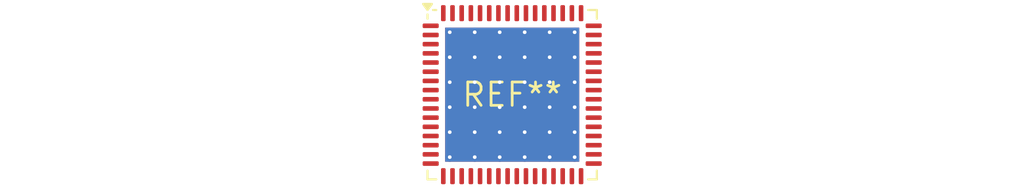
<source format=kicad_pcb>
(kicad_pcb (version 20240108) (generator pcbnew)
  (layers (0 "F.Cu" signal) (31 "B.Cu" signal) (34 "B.Paste" user) (35 "F.Paste" user) (36 "B.SilkS" user "B.Silkscreen") (37 "F.SilkS" user "F.Silkscreen") (38 "B.Mask" user) (39 "F.Mask" user) (44 "Edge.Cuts" user))
  (net 0 "")
  (footprint "QFN-64-1EP_9x9mm_P0.5mm_EP7.3x7.3mm_ThermalVias" (layer "F.Cu") (at 0 0)
    (property "Reference" "REF**")
    (property "Value" "QFN-64-1EP_9x9mm_P0.5mm_EP7.3x7.3mm_ThermalVias")
    (fp_line (start -4.61 -4.135) (end -4.61 -4.37) (layer "F.SilkS") (stroke (width 0.12)))
    (fp_line (start -4.61 4.61) (end -4.61 4.135) (layer "F.SilkS") (stroke (width 0.12)))
    (fp_line (start -4.135 -4.61) (end -4.31 -4.61) (layer "F.SilkS") (stroke (width 0.12)))
    (fp_line (start -4.135 4.61) (end -4.61 4.61) (layer "F.SilkS") (stroke (width 0.12)))
    (fp_line (start 4.135 -4.61) (end 4.61 -4.61) (layer "F.SilkS") (stroke (width 0.12)))
    (fp_line (start 4.135 4.61) (end 4.61 4.61) (layer "F.SilkS") (stroke (width 0.12)))
    (fp_line (start 4.61 -4.61) (end 4.61 -4.135) (layer "F.SilkS") (stroke (width 0.12)))
    (fp_line (start 4.61 4.61) (end 4.61 4.135) (layer "F.SilkS") (stroke (width 0.12)))
    (fp_poly (pts (xy -4.61 -4.61) (xy -4.85 -4.94) (xy -4.37 -4.94) (xy -4.61 -4.61)) (layer "F.SilkS") (stroke (width 0.12)) (fill solid))
    (pad "1" smd roundrect (at -4.4375 -3.75) (size 0.875 0.25) (layers "F.Cu" "F.Paste" "F.Mask"))
    (pad "2" smd roundrect (at -4.4375 -3.25) (size 0.875 0.25) (layers "F.Cu" "F.Paste" "F.Mask"))
    (pad "3" smd roundrect (at -4.4375 -2.75) (size 0.875 0.25) (layers "F.Cu" "F.Paste" "F.Mask"))
    (pad "4" smd roundrect (at -4.4375 -2.25) (size 0.875 0.25) (layers "F.Cu" "F.Paste" "F.Mask"))
    (pad "5" smd roundrect (at -4.4375 -1.75) (size 0.875 0.25) (layers "F.Cu" "F.Paste" "F.Mask"))
    (pad "6" smd roundrect (at -4.4375 -1.25) (size 0.875 0.25) (layers "F.Cu" "F.Paste" "F.Mask"))
    (pad "7" smd roundrect (at -4.4375 -0.75) (size 0.875 0.25) (layers "F.Cu" "F.Paste" "F.Mask"))
    (pad "8" smd roundrect (at -4.4375 -0.25) (size 0.875 0.25) (layers "F.Cu" "F.Paste" "F.Mask"))
    (pad "9" smd roundrect (at -4.4375 0.25) (size 0.875 0.25) (layers "F.Cu" "F.Paste" "F.Mask"))
    (pad "10" smd roundrect (at -4.4375 0.75) (size 0.875 0.25) (layers "F.Cu" "F.Paste" "F.Mask"))
    (pad "11" smd roundrect (at -4.4375 1.25) (size 0.875 0.25) (layers "F.Cu" "F.Paste" "F.Mask"))
    (pad "12" smd roundrect (at -4.4375 1.75) (size 0.875 0.25) (layers "F.Cu" "F.Paste" "F.Mask"))
    (pad "13" smd roundrect (at -4.4375 2.25) (size 0.875 0.25) (layers "F.Cu" "F.Paste" "F.Mask"))
    (pad "14" smd roundrect (at -4.4375 2.75) (size 0.875 0.25) (layers "F.Cu" "F.Paste" "F.Mask"))
    (pad "15" smd roundrect (at -4.4375 3.25) (size 0.875 0.25) (layers "F.Cu" "F.Paste" "F.Mask"))
    (pad "16" smd roundrect (at -4.4375 3.75) (size 0.875 0.25) (layers "F.Cu" "F.Paste" "F.Mask"))
    (pad "17" smd roundrect (at -3.75 4.4375) (size 0.25 0.875) (layers "F.Cu" "F.Paste" "F.Mask"))
    (pad "18" smd roundrect (at -3.25 4.4375) (size 0.25 0.875) (layers "F.Cu" "F.Paste" "F.Mask"))
    (pad "19" smd roundrect (at -2.75 4.4375) (size 0.25 0.875) (layers "F.Cu" "F.Paste" "F.Mask"))
    (pad "20" smd roundrect (at -2.25 4.4375) (size 0.25 0.875) (layers "F.Cu" "F.Paste" "F.Mask"))
    (pad "21" smd roundrect (at -1.75 4.4375) (size 0.25 0.875) (layers "F.Cu" "F.Paste" "F.Mask"))
    (pad "22" smd roundrect (at -1.25 4.4375) (size 0.25 0.875) (layers "F.Cu" "F.Paste" "F.Mask"))
    (pad "23" smd roundrect (at -0.75 4.4375) (size 0.25 0.875) (layers "F.Cu" "F.Paste" "F.Mask"))
    (pad "24" smd roundrect (at -0.25 4.4375) (size 0.25 0.875) (layers "F.Cu" "F.Paste" "F.Mask"))
    (pad "25" smd roundrect (at 0.25 4.4375) (size 0.25 0.875) (layers "F.Cu" "F.Paste" "F.Mask"))
    (pad "26" smd roundrect (at 0.75 4.4375) (size 0.25 0.875) (layers "F.Cu" "F.Paste" "F.Mask"))
    (pad "27" smd roundrect (at 1.25 4.4375) (size 0.25 0.875) (layers "F.Cu" "F.Paste" "F.Mask"))
    (pad "28" smd roundrect (at 1.75 4.4375) (size 0.25 0.875) (layers "F.Cu" "F.Paste" "F.Mask"))
    (pad "29" smd roundrect (at 2.25 4.4375) (size 0.25 0.875) (layers "F.Cu" "F.Paste" "F.Mask"))
    (pad "30" smd roundrect (at 2.75 4.4375) (size 0.25 0.875) (layers "F.Cu" "F.Paste" "F.Mask"))
    (pad "31" smd roundrect (at 3.25 4.4375) (size 0.25 0.875) (layers "F.Cu" "F.Paste" "F.Mask"))
    (pad "32" smd roundrect (at 3.75 4.4375) (size 0.25 0.875) (layers "F.Cu" "F.Paste" "F.Mask"))
    (pad "33" smd roundrect (at 4.4375 3.75) (size 0.875 0.25) (layers "F.Cu" "F.Paste" "F.Mask"))
    (pad "34" smd roundrect (at 4.4375 3.25) (size 0.875 0.25) (layers "F.Cu" "F.Paste" "F.Mask"))
    (pad "35" smd roundrect (at 4.4375 2.75) (size 0.875 0.25) (layers "F.Cu" "F.Paste" "F.Mask"))
    (pad "36" smd roundrect (at 4.4375 2.25) (size 0.875 0.25) (layers "F.Cu" "F.Paste" "F.Mask"))
    (pad "37" smd roundrect (at 4.4375 1.75) (size 0.875 0.25) (layers "F.Cu" "F.Paste" "F.Mask"))
    (pad "38" smd roundrect (at 4.4375 1.25) (size 0.875 0.25) (layers "F.Cu" "F.Paste" "F.Mask"))
    (pad "39" smd roundrect (at 4.4375 0.75) (size 0.875 0.25) (layers "F.Cu" "F.Paste" "F.Mask"))
    (pad "40" smd roundrect (at 4.4375 0.25) (size 0.875 0.25) (layers "F.Cu" "F.Paste" "F.Mask"))
    (pad "41" smd roundrect (at 4.4375 -0.25) (size 0.875 0.25) (layers "F.Cu" "F.Paste" "F.Mask"))
    (pad "42" smd roundrect (at 4.4375 -0.75) (size 0.875 0.25) (layers "F.Cu" "F.Paste" "F.Mask"))
    (pad "43" smd roundrect (at 4.4375 -1.25) (size 0.875 0.25) (layers "F.Cu" "F.Paste" "F.Mask"))
    (pad "44" smd roundrect (at 4.4375 -1.75) (size 0.875 0.25) (layers "F.Cu" "F.Paste" "F.Mask"))
    (pad "45" smd roundrect (at 4.4375 -2.25) (size 0.875 0.25) (layers "F.Cu" "F.Paste" "F.Mask"))
    (pad "46" smd roundrect (at 4.4375 -2.75) (size 0.875 0.25) (layers "F.Cu" "F.Paste" "F.Mask"))
    (pad "47" smd roundrect (at 4.4375 -3.25) (size 0.875 0.25) (layers "F.Cu" "F.Paste" "F.Mask"))
    (pad "48" smd roundrect (at 4.4375 -3.75) (size 0.875 0.25) (layers "F.Cu" "F.Paste" "F.Mask"))
    (pad "49" smd roundrect (at 3.75 -4.4375) (size 0.25 0.875) (layers "F.Cu" "F.Paste" "F.Mask"))
    (pad "50" smd roundrect (at 3.25 -4.4375) (size 0.25 0.875) (layers "F.Cu" "F.Paste" "F.Mask"))
    (pad "51" smd roundrect (at 2.75 -4.4375) (size 0.25 0.875) (layers "F.Cu" "F.Paste" "F.Mask"))
    (pad "52" smd roundrect (at 2.25 -4.4375) (size 0.25 0.875) (layers "F.Cu" "F.Paste" "F.Mask"))
    (pad "53" smd roundrect (at 1.75 -4.4375) (size 0.25 0.875) (layers "F.Cu" "F.Paste" "F.Mask"))
    (pad "54" smd roundrect (at 1.25 -4.4375) (size 0.25 0.875) (layers "F.Cu" "F.Paste" "F.Mask"))
    (pad "55" smd roundrect (at 0.75 -4.4375) (size 0.25 0.875) (layers "F.Cu" "F.Paste" "F.Mask"))
    (pad "56" smd roundrect (at 0.25 -4.4375) (size 0.25 0.875) (layers "F.Cu" "F.Paste" "F.Mask"))
    (pad "57" smd roundrect (at -0.25 -4.4375) (size 0.25 0.875) (layers "F.Cu" "F.Paste" "F.Mask"))
    (pad "58" smd roundrect (at -0.75 -4.4375) (size 0.25 0.875) (layers "F.Cu" "F.Paste" "F.Mask"))
    (pad "59" smd roundrect (at -1.25 -4.4375) (size 0.25 0.875) (layers "F.Cu" "F.Paste" "F.Mask"))
    (pad "60" smd roundrect (at -1.75 -4.4375) (size 0.25 0.875) (layers "F.Cu" "F.Paste" "F.Mask"))
    (pad "61" smd roundrect (at -2.25 -4.4375) (size 0.25 0.875) (layers "F.Cu" "F.Paste" "F.Mask"))
    (pad "62" smd roundrect (at -2.75 -4.4375) (size 0.25 0.875) (layers "F.Cu" "F.Paste" "F.Mask"))
    (pad "63" smd roundrect (at -3.25 -4.4375) (size 0.25 0.875) (layers "F.Cu" "F.Paste" "F.Mask"))
    (pad "64" smd roundrect (at -3.75 -4.4375) (size 0.25 0.875) (layers "F.Cu" "F.Paste" "F.Mask"))
    (pad "65" thru_hole circle (at -3.4 -3.4) (size 0.5 0.5) (drill 0.2) (property pad_prop_heatsink) (layers *.Cu) (remove_unused_layers))
    (pad "65" thru_hole circle (at -3.4 -2.04) (size 0.5 0.5) (drill 0.2) (property pad_prop_heatsink) (layers *.Cu) (remove_unused_layers))
    (pad "65" thru_hole circle (at -3.4 -0.68) (size 0.5 0.5) (drill 0.2) (property pad_prop_heatsink) (layers *.Cu) (remove_unused_layers))
    (pad "65" thru_hole circle (at -3.4 0.68) (size 0.5 0.5) (drill 0.2) (property pad_prop_heatsink) (layers *.Cu) (remove_unused_layers))
    (pad "65" thru_hole circle (at -3.4 2.04) (size 0.5 0.5) (drill 0.2) (property pad_prop_heatsink) (layers *.Cu) (remove_unused_layers))
    (pad "65" thru_hole circle (at -3.4 3.4) (size 0.5 0.5) (drill 0.2) (property pad_prop_heatsink) (layers *.Cu) (remove_unused_layers))
    (pad "65" thru_hole circle (at -2.04 -3.4) (size 0.5 0.5) (drill 0.2) (property pad_prop_heatsink) (layers *.Cu) (remove_unused_layers))
    (pad "65" thru_hole circle (at -2.04 -2.04) (size 0.5 0.5) (drill 0.2) (property pad_prop_heatsink) (layers *.Cu) (remove_unused_layers))
    (pad "65" thru_hole circle (at -2.04 -0.68) (size 0.5 0.5) (drill 0.2) (property pad_prop_heatsink) (layers *.Cu) (remove_unused_layers))
    (pad "65" thru_hole circle (at -2.04 0.68) (size 0.5 0.5) (drill 0.2) (property pad_prop_heatsink) (layers *.Cu) (remove_unused_layers))
    (pad "65" thru_hole circle (at -2.04 2.04) (size 0.5 0.5) (drill 0.2) (property pad_prop_heatsink) (layers *.Cu) (remove_unused_layers))
    (pad "65" thru_hole circle (at -2.04 3.4) (size 0.5 0.5) (drill 0.2) (property pad_prop_heatsink) (layers *.Cu) (remove_unused_layers))
    (pad "65" thru_hole circle (at -0.68 -3.4) (size 0.5 0.5) (drill 0.2) (property pad_prop_heatsink) (layers *.Cu) (remove_unused_layers))
    (pad "65" thru_hole circle (at -0.68 -2.04) (size 0.5 0.5) (drill 0.2) (property pad_prop_heatsink) (layers *.Cu) (remove_unused_layers))
    (pad "65" thru_hole circle (at -0.68 -0.68) (size 0.5 0.5) (drill 0.2) (property pad_prop_heatsink) (layers *.Cu) (remove_unused_layers))
    (pad "65" thru_hole circle (at -0.68 0.68) (size 0.5 0.5) (drill 0.2) (property pad_prop_heatsink) (layers *.Cu) (remove_unused_layers))
    (pad "65" thru_hole circle (at -0.68 2.04) (size 0.5 0.5) (drill 0.2) (property pad_prop_heatsink) (layers *.Cu) (remove_unused_layers))
    (pad "65" thru_hole circle (at -0.68 3.4) (size 0.5 0.5) (drill 0.2) (property pad_prop_heatsink) (layers *.Cu) (remove_unused_layers))
    (pad "65" smd rect (at 0 0) (size 7.3 7.3) (property pad_prop_heatsink) (layers "F.Cu" "F.Mask"))
    (pad "65" smd rect (at 0 0) (size 7.3 7.3) (property pad_prop_heatsink) (layers "B.Cu"))
    (pad "65" thru_hole circle (at 0.68 -3.4) (size 0.5 0.5) (drill 0.2) (property pad_prop_heatsink) (layers *.Cu) (remove_unused_layers))
    (pad "65" thru_hole circle (at 0.68 -2.04) (size 0.5 0.5) (drill 0.2) (property pad_prop_heatsink) (layers *.Cu) (remove_unused_layers))
    (pad "65" thru_hole circle (at 0.68 -0.68) (size 0.5 0.5) (drill 0.2) (property pad_prop_heatsink) (layers *.Cu) (remove_unused_layers))
    (pad "65" thru_hole circle (at 0.68 0.68) (size 0.5 0.5) (drill 0.2) (property pad_prop_heatsink) (layers *.Cu) (remove_unused_layers))
    (pad "65" thru_hole circle (at 0.68 2.04) (size 0.5 0.5) (drill 0.2) (property pad_prop_heatsink) (layers *.Cu) (remove_unused_layers))
    (pad "65" thru_hole circle (at 0.68 3.4) (size 0.5 0.5) (drill 0.2) (property pad_prop_heatsink) (layers *.Cu) (remove_unused_layers))
    (pad "65" thru_hole circle (at 2.04 -3.4) (size 0.5 0.5) (drill 0.2) (property pad_prop_heatsink) (layers *.Cu) (remove_unused_layers))
    (pad "65" thru_hole circle (at 2.04 -2.04) (size 0.5 0.5) (drill 0.2) (property pad_prop_heatsink) (layers *.Cu) (remove_unused_layers))
    (pad "65" thru_hole circle (at 2.04 -0.68) (size 0.5 0.5) (drill 0.2) (property pad_prop_heatsink) (layers *.Cu) (remove_unused_layers))
    (pad "65" thru_hole circle (at 2.04 0.68) (size 0.5 0.5) (drill 0.2) (property pad_prop_heatsink) (layers *.Cu) (remove_unused_layers))
    (pad "65" thru_hole circle (at 2.04 2.04) (size 0.5 0.5) (drill 0.2) (property pad_prop_heatsink) (layers *.Cu) (remove_unused_layers))
    (pad "65" thru_hole circle (at 2.04 3.4) (size 0.5 0.5) (drill 0.2) (property pad_prop_heatsink) (layers *.Cu) (remove_unused_layers))
    (pad "65" thru_hole circle (at 3.4 -3.4) (size 0.5 0.5) (drill 0.2) (property pad_prop_heatsink) (layers *.Cu) (remove_unused_layers))
    (pad "65" thru_hole circle (at 3.4 -2.04) (size 0.5 0.5) (drill 0.2) (property pad_prop_heatsink) (layers *.Cu) (remove_unused_layers))
    (pad "65" thru_hole circle (at 3.4 -0.68) (size 0.5 0.5) (drill 0.2) (property pad_prop_heatsink) (layers *.Cu) (remove_unused_layers))
    (pad "65" thru_hole circle (at 3.4 0.68) (size 0.5 0.5) (drill 0.2) (property pad_prop_heatsink) (layers *.Cu) (remove_unused_layers))
    (pad "65" thru_hole circle (at 3.4 2.04) (size 0.5 0.5) (drill 0.2) (property pad_prop_heatsink) (layers *.Cu) (remove_unused_layers))
    (pad "65" thru_hole circle (at 3.4 3.4) (size 0.5 0.5) (drill 0.2) (property pad_prop_heatsink) (layers *.Cu) (remove_unused_layers))
  )
)
</source>
